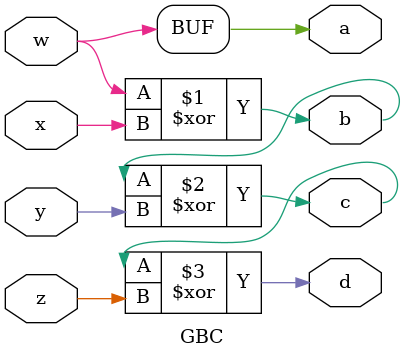
<source format=v>
module GBC ( output a, b, c, d, input w, x, y, z );
	assign a = w;
	assign b = w ^ x;
	assign c = b ^ y;
	assign d = c ^ z; 
endmodule
</source>
